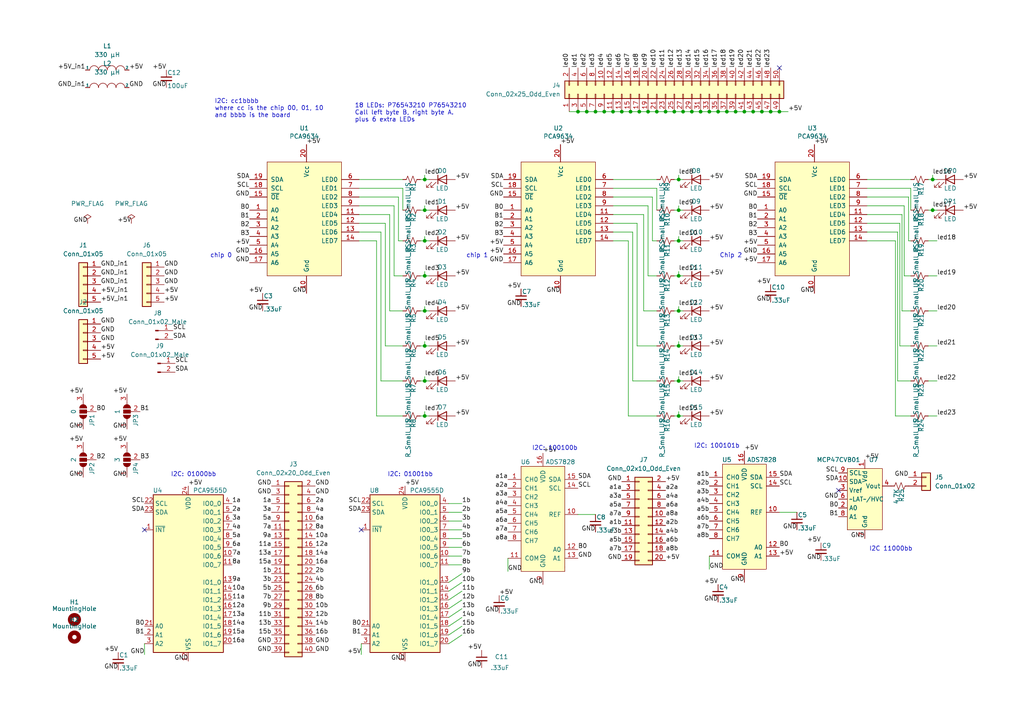
<source format=kicad_sch>
(kicad_sch (version 20211123) (generator eeschema)
  (paper "A4")
  (junction (at 123.19 110.49))
  (junction (at 193.04 32.385))
  (junction (at 196.85 52.07))
  (junction (at 175.26 32.385))
  (junction (at 203.2 32.385))
  (junction (at 180.34 32.385))
  (junction (at 123.19 120.65))
  (junction (at 196.85 80.01))
  (junction (at 123.19 90.17))
  (junction (at 123.19 52.07))
  (junction (at 196.85 120.65))
  (junction (at 270.51 52.07))
  (junction (at 210.82 32.385))
  (junction (at 123.19 69.85))
  (junction (at 187.96 32.385))
  (junction (at 172.72 32.385))
  (junction (at 182.88 32.385))
  (junction (at 226.06 32.385))
  (junction (at 167.64 32.385))
  (junction (at 195.58 32.385))
  (junction (at 198.12 32.385))
  (junction (at 220.98 32.385))
  (junction (at 123.19 60.96))
  (junction (at 185.42 32.385))
  (junction (at 200.66 32.385))
  (junction (at 223.52 32.385))
  (junction (at 170.18 32.385))
  (junction (at 205.74 32.385))
  (junction (at 196.85 100.33))
  (junction (at 123.19 80.01))
  (junction (at 196.85 90.17))
  (junction (at 196.85 110.49))
  (junction (at 177.8 32.385))
  (junction (at 190.5 32.385))
  (junction (at 270.51 60.96))
  (junction (at 213.36 32.385))
  (junction (at 208.28 32.385))
  (junction (at 123.19 100.33))
  (junction (at 196.85 69.85))
  (junction (at 215.9 32.385))
  (junction (at 196.85 60.96))
  (junction (at 218.44 32.385))
  (no_connect (at 226.06 19.685))
  (no_connect (at 104.775 153.67))
  (no_connect (at 41.91 153.67))
  (no_connect (at 243.205 142.24))
  (wire (pts (xy 124.46 60.96) (xy 123.19 60.96)))
  (wire (pts (xy 198.12 80.01) (xy 196.85 80.01)))
  (wire (pts (xy 111.76 64.77) (xy 111.76 100.33)))
  (wire (pts (xy 104.14 52.07) (xy 116.84 52.07)))
  (wire (pts (xy 189.23 57.15) (xy 189.23 69.85)))
  (wire (pts (xy 270.51 52.07) (xy 269.24 52.07)))
  (wire (pts (xy 190.5 54.61) (xy 190.5 60.96)))
  (wire (pts (xy 187.96 80.01) (xy 190.5 80.01)))
  (wire (pts (xy 259.715 69.85) (xy 259.715 120.65)))
  (wire (pts (xy 110.49 67.31) (xy 110.49 110.49)))
  (wire (pts (xy 109.22 120.65) (xy 116.84 120.65)))
  (wire (pts (xy 198.12 110.49) (xy 196.85 110.49)))
  (wire (pts (xy 196.85 80.01) (xy 195.58 80.01)))
  (wire (pts (xy 116.84 54.61) (xy 116.84 60.96)))
  (wire (pts (xy 251.46 57.15) (xy 263.525 57.15)))
  (wire (pts (xy 123.19 88.9) (xy 123.19 90.17)))
  (wire (pts (xy 264.16 60.96) (xy 264.16 54.61)))
  (wire (pts (xy 183.515 110.49) (xy 190.5 110.49)))
  (wire (pts (xy 196.85 68.58) (xy 196.85 69.85)))
  (wire (pts (xy 271.78 90.17) (xy 269.24 90.17)))
  (wire (pts (xy 177.8 67.31) (xy 183.515 67.31)))
  (wire (pts (xy 185.42 32.385) (xy 187.96 32.385)))
  (wire (pts (xy 260.985 64.77) (xy 260.985 100.33)))
  (wire (pts (xy 251.46 52.07) (xy 264.16 52.07)))
  (wire (pts (xy 260.985 100.33) (xy 264.16 100.33)))
  (wire (pts (xy 177.8 64.77) (xy 184.785 64.77)))
  (wire (pts (xy 261.62 90.17) (xy 264.16 90.17)))
  (wire (pts (xy 130.175 151.13) (xy 133.985 151.13)))
  (wire (pts (xy 177.8 69.85) (xy 182.245 69.85)))
  (wire (pts (xy 226.06 32.385) (xy 228.6 32.385)))
  (wire (pts (xy 262.255 80.01) (xy 262.255 59.69)))
  (wire (pts (xy 123.19 59.69) (xy 123.19 60.96)))
  (wire (pts (xy 196.85 100.33) (xy 195.58 100.33)))
  (wire (pts (xy 260.35 67.31) (xy 260.35 110.49)))
  (wire (pts (xy 270.51 50.8) (xy 270.51 52.07)))
  (wire (pts (xy 270.51 60.325) (xy 270.51 60.96)))
  (wire (pts (xy 180.34 32.385) (xy 182.88 32.385)))
  (wire (pts (xy 123.19 50.8) (xy 123.19 52.07)))
  (wire (pts (xy 175.26 32.385) (xy 177.8 32.385)))
  (wire (pts (xy 133.985 184.15) (xy 130.175 186.69)))
  (wire (pts (xy 115.57 57.15) (xy 115.57 69.85)))
  (wire (pts (xy 186.69 62.23) (xy 186.69 90.17)))
  (wire (pts (xy 196.85 50.8) (xy 196.85 52.07)))
  (wire (pts (xy 104.14 59.69) (xy 114.3 59.69)))
  (wire (pts (xy 251.46 59.69) (xy 262.255 59.69)))
  (wire (pts (xy 177.8 57.15) (xy 189.23 57.15)))
  (wire (pts (xy 124.46 90.17) (xy 123.19 90.17)))
  (wire (pts (xy 198.12 90.17) (xy 196.85 90.17)))
  (wire (pts (xy 123.19 90.17) (xy 121.92 90.17)))
  (wire (pts (xy 113.03 62.23) (xy 113.03 90.17)))
  (wire (pts (xy 198.12 32.385) (xy 200.66 32.385)))
  (wire (pts (xy 133.985 146.05) (xy 130.175 146.05)))
  (wire (pts (xy 189.23 69.85) (xy 190.5 69.85)))
  (wire (pts (xy 114.3 59.69) (xy 114.3 80.01)))
  (wire (pts (xy 182.88 32.385) (xy 185.42 32.385)))
  (wire (pts (xy 271.78 120.65) (xy 269.24 120.65)))
  (wire (pts (xy 130.175 148.59) (xy 133.985 148.59)))
  (wire (pts (xy 264.16 80.01) (xy 262.255 80.01)))
  (wire (pts (xy 124.46 110.49) (xy 123.19 110.49)))
  (wire (pts (xy 251.46 69.85) (xy 259.715 69.85)))
  (wire (pts (xy 193.04 32.385) (xy 195.58 32.385)))
  (wire (pts (xy 271.78 60.96) (xy 270.51 60.96)))
  (wire (pts (xy 195.58 120.65) (xy 196.85 120.65)))
  (wire (pts (xy 251.46 67.31) (xy 260.35 67.31)))
  (wire (pts (xy 263.525 69.85) (xy 263.525 57.15)))
  (wire (pts (xy 133.985 176.53) (xy 130.175 179.07)))
  (wire (pts (xy 123.19 120.65) (xy 121.92 120.65)))
  (wire (pts (xy 167.64 32.385) (xy 170.18 32.385)))
  (wire (pts (xy 123.19 110.49) (xy 121.92 110.49)))
  (wire (pts (xy 195.58 32.385) (xy 198.12 32.385)))
  (wire (pts (xy 111.76 100.33) (xy 116.84 100.33)))
  (wire (pts (xy 123.19 52.07) (xy 121.92 52.07)))
  (wire (pts (xy 124.46 69.85) (xy 123.19 69.85)))
  (wire (pts (xy 196.85 88.9) (xy 196.85 90.17)))
  (wire (pts (xy 218.44 32.385) (xy 220.98 32.385)))
  (wire (pts (xy 271.78 69.85) (xy 269.24 69.85)))
  (wire (pts (xy 203.2 32.385) (xy 205.74 32.385)))
  (wire (pts (xy 133.985 181.61) (xy 130.175 184.15)))
  (wire (pts (xy 187.96 59.69) (xy 187.96 80.01)))
  (wire (pts (xy 123.19 68.58) (xy 123.19 69.85)))
  (wire (pts (xy 259.715 120.65) (xy 264.16 120.65)))
  (wire (pts (xy 130.175 158.75) (xy 133.985 158.75)))
  (wire (pts (xy 213.36 32.385) (xy 215.9 32.385)))
  (wire (pts (xy 104.14 67.31) (xy 110.49 67.31)))
  (wire (pts (xy 198.12 60.96) (xy 196.85 60.96)))
  (wire (pts (xy 133.985 179.07) (xy 130.175 181.61)))
  (wire (pts (xy 123.19 78.74) (xy 123.19 80.01)))
  (wire (pts (xy 200.66 32.385) (xy 203.2 32.385)))
  (wire (pts (xy 104.14 62.23) (xy 113.03 62.23)))
  (wire (pts (xy 182.245 120.65) (xy 190.5 120.65)))
  (wire (pts (xy 271.78 110.49) (xy 269.24 110.49)))
  (wire (pts (xy 198.12 52.07) (xy 196.85 52.07)))
  (wire (pts (xy 196.85 110.49) (xy 195.58 110.49)))
  (wire (pts (xy 183.515 67.31) (xy 183.515 110.49)))
  (wire (pts (xy 270.51 60.96) (xy 269.24 60.96)))
  (wire (pts (xy 261.62 62.23) (xy 261.62 90.17)))
  (wire (pts (xy 104.775 186.69) (xy 104.775 189.865)))
  (wire (pts (xy 190.5 32.385) (xy 193.04 32.385)))
  (wire (pts (xy 177.8 59.69) (xy 187.96 59.69)))
  (wire (pts (xy 104.14 64.77) (xy 111.76 64.77)))
  (wire (pts (xy 124.46 120.65) (xy 123.19 120.65)))
  (wire (pts (xy 184.785 100.33) (xy 190.5 100.33)))
  (wire (pts (xy 205.74 32.385) (xy 208.28 32.385)))
  (wire (pts (xy 123.19 109.22) (xy 123.19 110.49)))
  (wire (pts (xy 208.28 32.385) (xy 210.82 32.385)))
  (wire (pts (xy 198.12 100.33) (xy 196.85 100.33)))
  (wire (pts (xy 271.78 100.33) (xy 269.24 100.33)))
  (wire (pts (xy 264.16 69.85) (xy 263.525 69.85)))
  (wire (pts (xy 104.14 69.85) (xy 109.22 69.85)))
  (wire (pts (xy 167.64 149.225) (xy 172.72 149.225)))
  (wire (pts (xy 196.85 99.06) (xy 196.85 100.33)))
  (wire (pts (xy 124.46 80.01) (xy 123.19 80.01)))
  (wire (pts (xy 123.19 99.06) (xy 123.19 100.33)))
  (wire (pts (xy 133.985 168.91) (xy 130.175 171.45)))
  (wire (pts (xy 215.9 32.385) (xy 218.44 32.385)))
  (wire (pts (xy 147.32 161.925) (xy 147.32 165.735)))
  (wire (pts (xy 104.14 54.61) (xy 116.84 54.61)))
  (wire (pts (xy 172.72 32.385) (xy 175.26 32.385)))
  (wire (pts (xy 196.85 52.07) (xy 195.58 52.07)))
  (wire (pts (xy 210.82 32.385) (xy 213.36 32.385)))
  (wire (pts (xy 177.8 54.61) (xy 190.5 54.61)))
  (wire (pts (xy 226.06 148.59) (xy 231.14 148.59)))
  (wire (pts (xy 196.85 69.85) (xy 195.58 69.85)))
  (wire (pts (xy 133.985 173.99) (xy 130.175 176.53)))
  (wire (pts (xy 113.03 90.17) (xy 116.84 90.17)))
  (wire (pts (xy 123.19 100.33) (xy 121.92 100.33)))
  (wire (pts (xy 251.46 64.77) (xy 260.985 64.77)))
  (wire (pts (xy 271.78 80.01) (xy 269.24 80.01)))
  (wire (pts (xy 196.85 119.38) (xy 196.85 120.65)))
  (wire (pts (xy 177.8 62.23) (xy 186.69 62.23)))
  (wire (pts (xy 170.18 32.385) (xy 172.72 32.385)))
  (wire (pts (xy 124.46 100.33) (xy 123.19 100.33)))
  (wire (pts (xy 104.14 57.15) (xy 115.57 57.15)))
  (wire (pts (xy 205.74 161.29) (xy 205.74 165.1)))
  (wire (pts (xy 130.175 153.67) (xy 133.985 153.67)))
  (wire (pts (xy 133.985 171.45) (xy 130.175 173.99)))
  (wire (pts (xy 41.91 186.69) (xy 41.91 189.865)))
  (wire (pts (xy 198.12 69.85) (xy 196.85 69.85)))
  (wire (pts (xy 186.69 90.17) (xy 190.5 90.17)))
  (wire (pts (xy 110.49 110.49) (xy 116.84 110.49)))
  (wire (pts (xy 124.46 52.07) (xy 123.19 52.07)))
  (wire (pts (xy 251.46 62.23) (xy 261.62 62.23)))
  (wire (pts (xy 115.57 69.85) (xy 116.84 69.85)))
  (wire (pts (xy 109.22 69.85) (xy 109.22 120.65)))
  (wire (pts (xy 251.46 54.61) (xy 264.16 54.61)))
  (wire (pts (xy 130.175 163.83) (xy 133.985 163.83)))
  (wire (pts (xy 196.85 109.22) (xy 196.85 110.49)))
  (wire (pts (xy 223.52 32.385) (xy 226.06 32.385)))
  (wire (pts (xy 260.35 110.49) (xy 264.16 110.49)))
  (wire (pts (xy 177.8 52.07) (xy 190.5 52.07)))
  (wire (pts (xy 196.85 78.74) (xy 196.85 80.01)))
  (wire (pts (xy 196.85 90.17) (xy 195.58 90.17)))
  (wire (pts (xy 123.19 69.85) (xy 121.92 69.85)))
  (wire (pts (xy 123.19 80.01) (xy 121.92 80.01)))
  (wire (pts (xy 123.19 60.96) (xy 121.92 60.96)))
  (wire (pts (xy 187.96 32.385) (xy 190.5 32.385)))
  (wire (pts (xy 196.85 120.65) (xy 198.12 120.65)))
  (wire (pts (xy 196.85 59.69) (xy 196.85 60.96)))
  (wire (pts (xy 220.98 32.385) (xy 223.52 32.385)))
  (wire (pts (xy 271.78 52.07) (xy 270.51 52.07)))
  (wire (pts (xy 130.175 156.21) (xy 133.985 156.21)))
  (wire (pts (xy 184.785 64.77) (xy 184.785 100.33)))
  (wire (pts (xy 130.175 161.29) (xy 133.985 161.29)))
  (wire (pts (xy 114.3 80.01) (xy 116.84 80.01)))
  (wire (pts (xy 165.1 32.385) (xy 167.64 32.385)))
  (wire (pts (xy 196.85 60.96) (xy 195.58 60.96)))
  (wire (pts (xy 130.175 168.91) (xy 133.985 166.37)))
  (wire (pts (xy 182.245 69.85) (xy 182.245 120.65)))
  (wire (pts (xy 177.8 32.385) (xy 180.34 32.385)))
  (wire (pts (xy 123.19 119.38) (xy 123.19 120.65)))
  (text "I2C: 100101b\n" (at 201.295 130.175 0) (effects (font (size 1.27 1.27)) (justify left bottom)))
  (text "chip 1\n" (at 141.605 74.93 180) (effects (font (size 1.27 1.27)) (justify right bottom)))
  (text "I2C 11000bb\n" (at 252.095 160.02 0) (effects (font (size 1.27 1.27)) (justify left bottom)))
  (text "I2C: cc1bbbb\nwhere cc is the chip 00, 01, 10\nand bbbb is the board" (at 62.23 34.29 0) (effects (font (size 1.27 1.27)) (justify left bottom)))
  (text "Chip 2" (at 215.265 74.93 180) (effects (font (size 1.27 1.27)) (justify right bottom)))
  (text "chip 0\n" (at 67.31 74.93 180) (effects (font (size 1.27 1.27)) (justify right bottom)))
  (text "18 LEDs: P76543210 P76543210\nCall left byte B, right byte A.\nplus 6 extra LEDs" (at 102.87 35.56 0) (effects (font (size 1.27 1.27)) (justify left bottom)))
  (text "I2C: 01000bb" (at 49.53 138.43 0) (effects (font (size 1.27 1.27)) (justify left bottom)))
  (text "I2C: 100100b\n" (at 154.305 130.81 0) (effects (font (size 1.27 1.27)) (justify left bottom)))
  (text "I2C: 01001bb" (at 112.395 138.43 0) (effects (font (size 1.27 1.27)) (justify left bottom)))
  (label "+5V" (at 238.125 157.48 180))
  (label "+5V" (at 151.13 83.82 180))
  (label "GND" (at 139.7 193.675 180))
  (label "B1" (at 146.05 63.5 180))
  (label "led6" (at 180.34 19.685 90))
  (label "13a" (at 67.31 179.07 0))
  (label "led21" (at 271.78 100.33 0))
  (label "15a" (at 67.31 184.15 0))
  (label "GND" (at 238.125 162.56 180))
  (label "GND" (at 25.4 64.77 180))
  (label "6b" (at 91.44 171.45 0))
  (label "B1" (at 104.775 184.15 180))
  (label "SCL" (at 146.05 54.61 180))
  (label "9a" (at 78.74 156.21 180))
  (label "GND" (at 162.56 85.09 180))
  (label "GND" (at 34.29 194.31 180))
  (label "led10" (at 196.85 68.58 0))
  (label "SCL" (at 226.06 140.97 0))
  (label "B3" (at 219.71 68.58 180))
  (label "GND" (at 151.13 88.9 180))
  (label "a5b" (at 180.34 157.48 180))
  (label "GND" (at 243.205 144.78 180))
  (label "+5V" (at 24.13 114.3 180))
  (label "12a" (at 91.44 158.75 0))
  (label "led13" (at 196.85 99.06 0))
  (label "a2b" (at 205.74 140.97 180))
  (label "10a" (at 91.44 156.21 0))
  (label "13b" (at 133.985 176.53 0))
  (label "led4" (at 175.26 19.685 90))
  (label "SCL" (at 41.91 146.05 180))
  (label "+5V" (at 88.9 41.91 0))
  (label "8a" (at 91.44 153.67 0))
  (label "B2" (at 27.94 133.35 0))
  (label "5b" (at 78.74 171.45 180))
  (label "2a" (at 67.31 148.59 0))
  (label "GND" (at 72.39 73.66 180))
  (label "1b" (at 133.985 146.05 0))
  (label "+5V" (at 34.29 189.23 180))
  (label "13a" (at 78.74 161.29 180))
  (label "GND" (at 157.48 169.545 180))
  (label "16a" (at 91.44 163.83 0))
  (label "B2" (at 146.05 66.04 180))
  (label "+5V" (at 193.04 162.56 0))
  (label "a7a" (at 180.34 149.86 180))
  (label "B0" (at 41.91 181.61 180))
  (label "+5V" (at 205.74 69.85 0))
  (label "led2" (at 123.19 68.58 0))
  (label "5b" (at 133.985 156.21 0))
  (label "+5V" (at 205.74 110.49 0))
  (label "SDA" (at 41.91 148.59 180))
  (label "2b" (at 91.44 166.37 0))
  (label "+5V" (at 132.08 60.96 0))
  (label "a5a" (at 180.34 147.32 180))
  (label "B1" (at 41.91 184.15 180))
  (label "3a" (at 67.31 151.13 0))
  (label "led0" (at 165.1 19.685 90))
  (label "GND" (at 29.21 96.52 0))
  (label "GND_in1" (at 29.21 80.01 0))
  (label "GND" (at 91.44 186.69 0))
  (label "3b" (at 133.985 151.13 0))
  (label "11b" (at 133.985 171.45 0))
  (label "SCL" (at 72.39 54.61 180))
  (label "16b" (at 91.44 184.15 0))
  (label "11a" (at 67.31 173.99 0))
  (label "SCL" (at 219.71 54.61 180))
  (label "+5V" (at 72.39 71.12 180))
  (label "16b" (at 133.985 184.15 0))
  (label "4a" (at 67.31 153.67 0))
  (label "led16" (at 205.74 19.685 90))
  (label "GND" (at 146.05 57.15 180))
  (label "+5V" (at 144.78 172.72 0))
  (label "led10" (at 190.5 19.685 90))
  (label "14a" (at 67.31 181.61 0))
  (label "GND" (at 205.74 165.1 0))
  (label "GND" (at 263.525 138.43 180))
  (label "+5V" (at 117.475 140.97 0))
  (label "SCL" (at 167.64 141.605 0))
  (label "led3" (at 172.72 19.685 90))
  (label "led7" (at 182.88 19.685 90))
  (label "GND" (at 146.05 76.2 180))
  (label "+5V" (at 205.74 100.33 0))
  (label "+5V" (at 24.13 128.27 180))
  (label "3a" (at 78.74 148.59 180))
  (label "GND" (at 72.39 57.15 180))
  (label "+5V_in1" (at 29.21 85.09 0))
  (label "+5V" (at 104.775 189.865 180))
  (label "a2a" (at 147.32 141.605 180))
  (label "B0" (at 27.94 119.38 0))
  (label "GND" (at 78.74 189.23 180))
  (label "1b" (at 78.74 166.37 180))
  (label "12b" (at 91.44 179.07 0))
  (label "GND" (at 24.13 124.46 180))
  (label "led12" (at 196.85 88.9 0))
  (label "GND" (at 147.32 165.735 0))
  (label "led9" (at 187.96 19.685 90))
  (label "GND" (at 117.475 191.77 180))
  (label "a5a" (at 147.32 149.225 180))
  (label "10b" (at 133.985 168.91 0))
  (label "a6a" (at 193.04 147.32 0))
  (label "led17" (at 270.51 60.325 0))
  (label "led23" (at 223.52 19.685 90))
  (label "a4a" (at 193.04 144.78 0))
  (label "GND" (at 223.52 87.63 180))
  (label "SDA" (at 167.64 139.065 0))
  (label "a4a" (at 147.32 146.685 180))
  (label "+5V" (at 139.7 188.595 180))
  (label "6a" (at 91.44 151.13 0))
  (label "8b" (at 133.985 163.83 0))
  (label "led3" (at 123.19 78.74 0))
  (label "led16" (at 270.51 50.8 0))
  (label "+5V" (at 157.48 131.445 0))
  (label "+5V" (at 219.71 71.12 180))
  (label "10b" (at 91.44 176.53 0))
  (label "+5V" (at 205.74 120.65 0))
  (label "led11" (at 193.04 19.685 90))
  (label "+5V" (at 250.825 133.35 0))
  (label "GND" (at 91.44 143.51 0))
  (label "B0" (at 226.06 158.75 0))
  (label "SDA" (at 72.39 52.07 180))
  (label "4b" (at 91.44 168.91 0))
  (label "a7b" (at 205.74 153.67 180))
  (label "led6" (at 123.19 109.22 0))
  (label "+5V" (at 132.08 90.17 0))
  (label "11b" (at 78.74 179.07 180))
  (label "a1b" (at 205.74 138.43 180))
  (label "a3b" (at 205.74 143.51 180))
  (label "SDA" (at 226.06 138.43 0))
  (label "B0" (at 72.39 60.96 180))
  (label "+5V" (at 132.08 80.01 0))
  (label "15b" (at 78.74 184.15 180))
  (label "+5V" (at 146.05 73.66 180))
  (label "+5V_in1" (at 24.765 20.32 180))
  (label "+5V" (at 205.74 90.17 0))
  (label "B0" (at 167.64 159.385 0))
  (label "+5V" (at 76.2 85.09 180))
  (label "GND" (at 47.625 82.55 0))
  (label "12a" (at 67.31 176.53 0))
  (label "GND" (at 180.34 139.7 180))
  (label "+5V" (at 228.6 32.385 0))
  (label "led18" (at 210.82 19.685 90))
  (label "2a" (at 91.44 146.05 0))
  (label "+5V" (at 132.08 120.65 0))
  (label "10a" (at 67.31 171.45 0))
  (label "8a" (at 67.31 163.83 0))
  (label "B3" (at 146.05 68.58 180))
  (label "+5V" (at 38.1 64.77 180))
  (label "2b" (at 133.985 148.59 0))
  (label "B3" (at 72.39 68.58 180))
  (label "GND" (at 72.39 76.2 180))
  (label "B3" (at 40.64 133.35 0))
  (label "+5V" (at 132.08 100.33 0))
  (label "+5V" (at 36.83 128.27 180))
  (label "GND" (at 29.21 93.98 0))
  (label "15b" (at 133.985 181.61 0))
  (label "+5V" (at 47.625 85.09 0))
  (label "SCL" (at 104.775 146.05 180))
  (label "a8b" (at 205.74 156.21 180))
  (label "7b" (at 78.74 173.99 180))
  (label "+5V" (at 219.71 76.2 180))
  (label "GND" (at 219.71 57.15 180))
  (label "led19" (at 213.36 19.685 90))
  (label "9b" (at 78.74 176.53 180))
  (label "led8" (at 196.85 50.8 0))
  (label "+5V" (at 205.74 80.01 0))
  (label "+5V" (at 36.83 114.3 180))
  (label "1a" (at 78.74 146.05 180))
  (label "15a" (at 78.74 163.83 180))
  (label "4a" (at 91.44 148.59 0))
  (label "led5" (at 123.19 99.06 0))
  (label "+5V" (at 223.52 82.55 180))
  (label "+5V" (at 226.06 161.29 0))
  (label "+5V" (at 132.08 110.49 0))
  (label "+5V" (at 205.74 60.96 0))
  (label "GND" (at 172.72 154.305 180))
  (label "a1a" (at 180.34 142.24 180))
  (label "a5b" (at 205.74 148.59 180))
  (label "+5V" (at 208.28 169.545 180))
  (label "a4b" (at 205.74 146.05 180))
  (label "GND" (at 47.625 77.47 0))
  (label "GND" (at 78.74 186.69 180))
  (label "GND" (at 76.2 90.17 180))
  (label "a8a" (at 193.04 149.86 0))
  (label "7a" (at 78.74 153.67 180))
  (label "+5V" (at 132.08 52.07 0))
  (label "a4b" (at 193.04 154.94 0))
  (label "SCL" (at 243.205 137.16 180))
  (label "GND" (at 41.91 189.865 180))
  (label "9a" (at 67.31 168.91 0))
  (label "led5" (at 177.8 19.685 90))
  (label "led11" (at 196.85 78.74 0))
  (label "SDA" (at 50.8 107.95 0))
  (label "GND_in1" (at 29.21 77.47 0))
  (label "led7" (at 123.19 119.38 0))
  (label "led20" (at 215.9 19.685 90))
  (label "B1" (at 40.64 119.38 0))
  (label "GND" (at 91.44 189.23 0))
  (label "a1b" (at 180.34 152.4 180))
  (label "GND" (at 236.22 85.09 180))
  (label "+5V" (at 29.21 104.14 0))
  (label "GND" (at 78.74 140.97 180))
  (label "led19" (at 271.78 80.01 0))
  (label "led18" (at 271.78 69.85 0))
  (label "3b" (at 78.74 168.91 180))
  (label "led4" (at 123.19 88.9 0))
  (label "5a" (at 78.74 151.13 180))
  (label "16a" (at 67.31 186.69 0))
  (label "SDA" (at 146.05 52.07 180))
  (label "4b" (at 133.985 153.67 0))
  (label "+5V" (at 47.625 87.63 0))
  (label "+5V" (at 279.4 52.07 0))
  (label "B1" (at 243.205 149.86 180))
  (label "6b" (at 133.985 158.75 0))
  (label "GND_in1" (at 24.765 25.4 180))
  (label "GND" (at 219.71 73.66 180))
  (label "a8a" (at 147.32 156.845 180))
  (label "led17" (at 208.28 19.685 90))
  (label "8b" (at 91.44 173.99 0))
  (label "led22" (at 271.78 110.49 0))
  (label "SCL" (at 50.8 105.41 0))
  (label "led1" (at 167.64 19.685 90))
  (label "GND" (at 24.13 138.43 180))
  (label "led20" (at 271.78 90.17 0))
  (label "B0" (at 219.71 60.96 180))
  (label "GND" (at 78.74 143.51 180))
  (label "SDA" (at 50.165 98.425 0))
  (label "GND" (at 88.9 85.09 180))
  (label "1a" (at 67.31 146.05 0))
  (label "+5V" (at 48.26 20.32 180))
  (label "GND" (at 91.44 140.97 0))
  (label "a8b" (at 193.04 160.02 0))
  (label "GND" (at 47.625 80.01 0))
  (label "GND" (at 54.61 191.77 180))
  (label "a7a" (at 147.32 154.305 180))
  (label "GND" (at 29.21 99.06 0))
  (label "a3b" (at 180.34 154.94 180))
  (label "SDA" (at 243.205 139.7 180))
  (label "led9" (at 196.85 59.69 0))
  (label "GND" (at 167.64 161.925 0))
  (label "+5V" (at 215.9 130.81 0))
  (label "led0" (at 123.19 50.8 0))
  (label "led1" (at 123.19 59.69 0))
  (label "B0" (at 243.205 147.32 180))
  (label "+5V" (at 279.4 60.96 0))
  (label "14b" (at 133.985 179.07 0))
  (label "+5V" (at 193.04 139.7 0))
  (label "B1" (at 219.71 63.5 180))
  (label "SCL" (at 50.165 95.885 0))
  (label "GND" (at 231.14 153.67 180))
  (label "+5V" (at 205.74 52.07 0))
  (label "GND" (at 250.825 156.21 180))
  (label "14b" (at 91.44 181.61 0))
  (label "led12" (at 195.58 19.685 90))
  (label "GND_in1" (at 29.21 82.55 0))
  (label "led8" (at 185.42 19.685 90))
  (label "a3a" (at 180.34 144.78 180))
  (label "7b" (at 133.985 161.29 0))
  (label "led22" (at 220.98 19.685 90))
  (label "GND" (at 215.9 168.91 180))
  (label "SDA" (at 104.775 148.59 180))
  (label "a6a" (at 147.32 151.765 180))
  (label "B0" (at 104.775 181.61 180))
  (label "GND" (at 48.26 25.4 180))
  (label "GND" (at 36.83 124.46 180))
  (label "B1" (at 72.39 63.5 180))
  (label "+5V" (at 236.22 41.91 0))
  (label "B2" (at 72.39 66.04 180))
  (label "13b" (at 78.74 181.61 180))
  (label "+5V_in1" (at 29.21 87.63 0))
  (label "12b" (at 133.985 173.99 0))
  (label "led23" (at 271.78 120.65 0))
  (label "6a" (at 67.31 158.75 0))
  (label "a1a" (at 147.32 139.065 180))
  (label "led15" (at 203.2 19.685 90))
  (label "+5V" (at 37.465 20.32 0))
  (label "GND" (at 208.28 174.625 180))
  (label "+5V" (at 132.08 69.85 0))
  (label "GND" (at 36.83 138.43 180))
  (label "GND" (at 144.78 177.8 180))
  (label "+5V" (at 146.05 71.12 180))
  (label "GND" (at 180.34 162.56 180))
  (label "14a" (at 91.44 161.29 0))
  (label "GND" (at 37.465 25.4 0))
  (label "a7b" (at 180.34 160.02 180))
  (label "B2" (at 219.71 66.04 180))
  (label "led2" (at 170.18 19.685 90))
  (label "a2b" (at 193.04 152.4 0))
  (label "+5V" (at 29.21 101.6 0))
  (label "a6b" (at 205.74 151.13 180))
  (label "B0" (at 146.05 60.96 180))
  (label "led15" (at 196.85 119.38 0))
  (label "9b" (at 133.985 166.37 0))
  (label "7a" (at 67.31 161.29 0))
  (label "led13" (at 198.12 19.685 90))
  (label "+5V" (at 54.61 140.97 0))
  (label "a3a" (at 147.32 144.145 180))
  (label "led14" (at 196.85 109.22 0))
  (label "SDA" (at 219.71 52.07 180))
  (label "a6b" (at 193.04 157.48 0))
  (label "11a" (at 78.74 158.75 180))
  (label "led21" (at 218.44 19.685 90))
  (label "a2a" (at 193.04 142.24 0))
  (label "5a" (at 67.31 156.21 0))
  (label "led14" (at 200.66 19.685 90))
  (label "+5V" (at 162.56 41.91 0))
  (symbol (lib_id "symbols:PCA9634") (at 88.9 62.23 0) (unit 1)
    (property "Reference" "U1" (at 88.265 37.1856 0))
    (property "Value" "PCA9634" (at 88.265 39.5478 0))
    (property "Footprint" "Package_SO:SOIC-20W_7.5x12.8mm_P1.27mm" (effects hide))
  )
  (symbol (lib_id "Device:LED") (at 128.27 52.07 0) (unit 1)
    (property "Reference" "D0" (at 128.27 49.53 0))
    (property "Value" "LED" (at 128.27 54.61 0))
    (property "Footprint" "Library:LED_D3.0mm-nosilk" (effects hide))
  )
  (symbol (lib_id "Device:R_Small_US") (at 119.38 52.07 270) (unit 1)
    (property "Reference" "R1" (at 119.888 52.832 0) (effects (justify left)))
    (property "Value" "R_Small_US" (at 118.364 52.832 0) (effects (justify left)))
    (property "Footprint" "Resistor_SMD:R_0805_2012Metric_Pad1.20x1.40mm_HandSolder" (effects hide))
  )
  (symbol (lib_id "Device:R_Small_US") (at 119.38 60.96 270) (unit 1)
    (property "Reference" "R2" (at 119.888 61.722 0) (effects (justify left)))
    (property "Value" "R_Small_US" (at 118.364 61.722 0) (effects (justify left)))
    (property "Footprint" "Resistor_SMD:R_0805_2012Metric_Pad1.20x1.40mm_HandSolder" (effects hide))
  )
  (symbol (lib_id "Device:LED") (at 128.27 60.96 0) (unit 1)
    (property "Reference" "D1" (at 128.27 58.42 0))
    (property "Value" "LED" (at 128.27 63.5 0))
    (property "Footprint" "Library:LED_D3.0mm-nosilk" (effects hide))
  )
  (symbol (lib_id "Device:R_Small_US") (at 119.38 69.85 270) (unit 1)
    (property "Reference" "R3" (at 119.888 70.612 0) (effects (justify left)))
    (property "Value" "R_Small_US" (at 118.364 70.612 0) (effects (justify left)))
    (property "Footprint" "Resistor_SMD:R_0805_2012Metric_Pad1.20x1.40mm_HandSolder" (effects hide))
  )
  (symbol (lib_id "Device:R_Small_US") (at 119.38 80.01 270) (unit 1)
    (property "Reference" "R4" (at 119.888 80.772 0) (effects (justify left)))
    (property "Value" "R_Small_US" (at 118.364 80.772 0) (effects (justify left)))
    (property "Footprint" "Resistor_SMD:R_0805_2012Metric_Pad1.20x1.40mm_HandSolder" (effects hide))
  )
  (symbol (lib_id "Device:R_Small_US") (at 119.38 90.17 270) (unit 1)
    (property "Reference" "R5" (at 119.888 90.932 0) (effects (justify left)))
    (property "Value" "R_Small_US" (at 118.364 90.932 0) (effects (justify left)))
    (property "Footprint" "Resistor_SMD:R_0805_2012Metric_Pad1.20x1.40mm_HandSolder" (effects hide))
  )
  (symbol (lib_id "Device:R_Small_US") (at 119.38 100.33 270) (unit 1)
    (property "Reference" "R6" (at 119.888 101.092 0) (effects (justify left)))
    (property "Value" "R_Small_US" (at 118.364 101.092 0) (effects (justify left)))
    (property "Footprint" "Resistor_SMD:R_0805_2012Metric_Pad1.20x1.40mm_HandSolder" (effects hide))
  )
  (symbol (lib_id "Device:R_Small_US") (at 119.38 110.49 270) (unit 1)
    (property "Reference" "R7" (at 119.888 111.252 0) (effects (justify left)))
    (property "Value" "R_Small_US" (at 118.364 111.252 0) (effects (justify left)))
    (property "Footprint" "Resistor_SMD:R_0805_2012Metric_Pad1.20x1.40mm_HandSolder" (effects hide))
  )
  (symbol (lib_id "Device:R_Small_US") (at 119.38 120.65 270) (unit 1)
    (property "Reference" "R8" (at 119.888 121.412 0) (effects (justify left)))
    (property "Value" "R_Small_US" (at 118.364 121.412 0) (effects (justify left)))
    (property "Footprint" "Resistor_SMD:R_0805_2012Metric_Pad1.20x1.40mm_HandSolder" (effects hide))
  )
  (symbol (lib_id "Device:LED") (at 128.27 69.85 0) (unit 1)
    (property "Reference" "D2" (at 128.27 67.31 0))
    (property "Value" "LED" (at 128.27 72.39 0))
    (property "Footprint" "Library:LED_D3.0mm-nosilk" (effects hide))
  )
  (symbol (lib_id "Device:LED") (at 128.27 80.01 0) (unit 1)
    (property "Reference" "D3" (at 128.27 77.47 0))
    (property "Value" "LED" (at 128.27 82.55 0))
    (property "Footprint" "Library:LED_D3.0mm-nosilk" (effects hide))
  )
  (symbol (lib_id "Device:LED") (at 128.27 90.17 0) (unit 1)
    (property "Reference" "D4" (at 128.27 87.63 0))
    (property "Value" "LED" (at 128.27 92.71 0))
    (property "Footprint" "Library:LED_D3.0mm-nosilk" (effects hide))
  )
  (symbol (lib_id "Device:LED") (at 128.27 100.33 0) (unit 1)
    (property "Reference" "D5" (at 128.27 97.79 0))
    (property "Value" "LED" (at 128.27 102.87 0))
    (property "Footprint" "Library:LED_D3.0mm-nosilk" (effects hide))
  )
  (symbol (lib_id "Device:LED") (at 128.27 110.49 0) (unit 1)
    (property "Reference" "D6" (at 128.27 107.95 0))
    (property "Value" "LED" (at 128.27 113.03 0))
    (property "Footprint" "Library:LED_D3.0mm-nosilk" (effects hide))
  )
  (symbol (lib_id "Device:LED") (at 128.27 120.65 0) (unit 1)
    (property "Reference" "D7" (at 128.27 118.11 0))
    (property "Value" "LED" (at 128.27 123.19 0))
    (property "Footprint" "Library:LED_D3.0mm-nosilk" (effects hide))
  )
  (symbol (lib_id "Jumper:SolderJumper_3_Open") (at 36.83 133.35 90) (unit 1)
    (property "Reference" "JP4" (at 39.37 135.89 0))
    (property "Value" "3" (at 34.036 133.35 0))
    (property "Footprint" "Jumper:SolderJumper-3_P1.3mm_Open_RoundedPad1.0x1.5mm_NumberLabels" (effects hide))
  )
  (symbol (lib_id "Jumper:SolderJumper_3_Open") (at 24.13 133.35 90) (unit 1)
    (property "Reference" "JP2" (at 26.67 135.89 0))
    (property "Value" "2" (at 21.336 133.35 0))
    (property "Footprint" "Jumper:SolderJumper-3_P1.3mm_Open_RoundedPad1.0x1.5mm_NumberLabels" (effects hide))
  )
  (symbol (lib_id "Jumper:SolderJumper_3_Open") (at 24.13 119.38 90) (unit 1)
    (property "Reference" "JP1" (at 26.67 121.92 0))
    (property "Value" "0" (at 21.336 119.38 0))
    (property "Footprint" "Jumper:SolderJumper-3_P1.3mm_Open_RoundedPad1.0x1.5mm_NumberLabels" (effects hide))
  )
  (symbol (lib_id "Jumper:SolderJumper_3_Open") (at 36.83 119.38 90) (unit 1)
    (property "Reference" "JP3" (at 39.37 121.92 0))
    (property "Value" "1" (at 34.036 119.38 0))
    (property "Footprint" "Jumper:SolderJumper-3_P1.3mm_Open_RoundedPad1.0x1.5mm_NumberLabels" (effects hide))
  )
  (symbol (lib_id "Device:C_Small") (at 151.13 86.36 0) (unit 1)
    (property "Reference" "C7" (at 151.384 84.582 0) (effects (justify left)))
    (property "Value" ".33uF" (at 151.384 88.392 0) (effects (justify left)))
    (property "Footprint" "Capacitor_SMD:C_0805_2012Metric_Pad1.18x1.45mm_HandSolder" (effects hide))
  )
  (symbol (lib_id "symbols:PCA9634") (at 162.56 62.23 0) (unit 1)
    (property "Reference" "U2" (at 161.925 37.1856 0))
    (property "Value" "PCA9634" (at 161.925 39.5478 0))
    (property "Footprint" "Package_SO:SOIC-20W_7.5x12.8mm_P1.27mm" (effects hide))
  )
  (symbol (lib_id "Device:LED") (at 201.93 120.65 0) (unit 1)
    (property "Reference" "D15" (at 201.93 118.11 0))
    (property "Value" "LED" (at 201.93 123.19 0))
    (property "Footprint" "Library:LED_D3.0mm-nosilk" (effects hide))
  )
  (symbol (lib_id "Device:LED") (at 201.93 110.49 0) (unit 1)
    (property "Reference" "D14" (at 201.93 107.95 0))
    (property "Value" "LED" (at 201.93 113.03 0))
    (property "Footprint" "Library:LED_D3.0mm-nosilk" (effects hide))
  )
  (symbol (lib_id "Device:LED") (at 201.93 100.33 0) (unit 1)
    (property "Reference" "D13" (at 201.93 97.79 0))
    (property "Value" "LED" (at 201.93 102.87 0))
    (property "Footprint" "Library:LED_D3.0mm-nosilk" (effects hide))
  )
  (symbol (lib_id "Device:LED") (at 201.93 90.17 0) (unit 1)
    (property "Reference" "D12" (at 201.93 87.63 0))
    (property "Value" "LED" (at 201.93 92.71 0))
    (property "Footprint" "Library:LED_D3.0mm-nosilk" (effects hide))
  )
  (symbol (lib_id "Device:LED") (at 201.93 80.01 0) (unit 1)
    (property "Reference" "D11" (at 201.93 77.47 0))
    (property "Value" "LED" (at 201.93 82.55 0))
    (property "Footprint" "Library:LED_D3.0mm-nosilk" (effects hide))
  )
  (symbol (lib_id "Device:LED") (at 201.93 69.85 0) (unit 1)
    (property "Reference" "D10" (at 201.93 67.31 0))
    (property "Value" "LED" (at 201.93 72.39 0))
    (property "Footprint" "Library:LED_D3.0mm-nosilk" (effects hide))
  )
  (symbol (lib_id "Device:R_Small_US") (at 193.04 120.65 270) (unit 1)
    (property "Reference" "R16" (at 193.548 121.412 0) (effects (justify left)))
    (property "Value" "R_Small_US" (at 192.024 121.412 0) (effects (justify left)))
    (property "Footprint" "Resistor_SMD:R_0805_2012Metric_Pad1.20x1.40mm_HandSolder" (effects hide))
  )
  (symbol (lib_id "Device:R_Small_US") (at 193.04 110.49 270) (unit 1)
    (property "Reference" "R15" (at 193.548 111.252 0) (effects (justify left)))
    (property "Value" "R_Small_US" (at 192.024 111.252 0) (effects (justify left)))
    (property "Footprint" "Resistor_SMD:R_0805_2012Metric_Pad1.20x1.40mm_HandSolder" (effects hide))
  )
  (symbol (lib_id "Device:R_Small_US") (at 193.04 100.33 270) (unit 1)
    (property "Reference" "R14" (at 193.548 101.092 0) (effects (justify left)))
    (property "Value" "R_Small_US" (at 192.024 101.092 0) (effects (justify left)))
    (property "Footprint" "Resistor_SMD:R_0805_2012Metric_Pad1.20x1.40mm_HandSolder" (effects hide))
  )
  (symbol (lib_id "Device:R_Small_US") (at 193.04 90.17 270) (unit 1)
    (property "Reference" "R13" (at 193.548 90.932 0) (effects (justify left)))
    (property "Value" "R_Small_US" (at 192.024 90.932 0) (effects (justify left)))
    (property "Footprint" "Resistor_SMD:R_0805_2012Metric_Pad1.20x1.40mm_HandSolder" (effects hide))
  )
  (symbol (lib_id "Device:R_Small_US") (at 193.04 80.01 270) (unit 1)
    (property "Reference" "R12" (at 193.548 80.772 0) (effects (justify left)))
    (property "Value" "R_Small_US" (at 192.024 80.772 0) (effects (justify left)))
    (property "Footprint" "Resistor_SMD:R_0805_2012Metric_Pad1.20x1.40mm_HandSolder" (effects hide))
  )
  (symbol (lib_id "Device:R_Small_US") (at 193.04 69.85 270) (unit 1)
    (property "Reference" "R11" (at 193.548 70.612 0) (effects (justify left)))
    (property "Value" "R_Small_US" (at 192.024 70.612 0) (effects (justify left)))
    (property "Footprint" "Resistor_SMD:R_0805_2012Metric_Pad1.20x1.40mm_HandSolder" (effects hide))
  )
  (symbol (lib_id "Device:LED") (at 201.93 60.96 0) (unit 1)
    (property "Reference" "D9" (at 201.93 58.42 0))
    (property "Value" "LED" (at 201.93 63.5 0))
    (property "Footprint" "Library:LED_D3.0mm-nosilk" (effects hide))
  )
  (symbol (lib_id "Device:R_Small_US") (at 193.04 60.96 270) (unit 1)
    (property "Reference" "R10" (at 193.548 61.722 0) (effects (justify left)))
    (property "Value" "R_Small_US" (at 192.024 61.722 0) (effects (justify left)))
    (property "Footprint" "Resistor_SMD:R_0805_2012Metric_Pad1.20x1.40mm_HandSolder" (effects hide))
  )
  (symbol (lib_id "Device:R_Small_US") (at 193.04 52.07 270) (unit 1)
    (property "Reference" "R9" (at 193.548 52.832 0) (effects (justify left)))
    (property "Value" "R_Small_US" (at 192.024 52.832 0) (effects (justify left)))
    (property "Footprint" "Resistor_SMD:R_0805_2012Metric_Pad1.20x1.40mm_HandSolder" (effects hide))
  )
  (symbol (lib_id "Device:LED") (at 201.93 52.07 0) (unit 1)
    (property "Reference" "D8" (at 201.93 49.53 0))
    (property "Value" "LED" (at 201.93 54.61 0))
    (property "Footprint" "Library:LED_D3.0mm-nosilk" (effects hide))
  )
  (symbol (lib_id "symbols:PCA9634") (at 236.22 62.23 0) (unit 1)
    (property "Reference" "U3" (at 235.585 37.1856 0))
    (property "Value" "PCA9634" (at 235.585 39.5478 0))
    (property "Footprint" "Package_SO:SOIC-20W_7.5x12.8mm_P1.27mm" (effects hide))
  )
  (symbol (lib_id "Device:R_Small_US") (at 266.7 120.65 270) (unit 1)
    (property "Reference" "R24" (at 267.208 121.412 0) (effects (justify left)))
    (property "Value" "R_Small_US" (at 265.684 121.412 0) (effects (justify left)))
    (property "Footprint" "Resistor_SMD:R_0805_2012Metric_Pad1.20x1.40mm_HandSolder" (effects hide))
  )
  (symbol (lib_id "Device:R_Small_US") (at 266.7 110.49 270) (unit 1)
    (property "Reference" "R23" (at 267.208 111.252 0) (effects (justify left)))
    (property "Value" "R_Small_US" (at 265.684 111.252 0) (effects (justify left)))
    (property "Footprint" "Resistor_SMD:R_0805_2012Metric_Pad1.20x1.40mm_HandSolder" (effects hide))
  )
  (symbol (lib_id "Device:R_Small_US") (at 266.7 100.33 270) (unit 1)
    (property "Reference" "R22" (at 267.208 101.092 0) (effects (justify left)))
    (property "Value" "R_Small_US" (at 265.684 101.092 0) (effects (justify left)))
    (property "Footprint" "Resistor_SMD:R_0805_2012Metric_Pad1.20x1.40mm_HandSolder" (effects hide))
  )
  (symbol (lib_id "Device:R_Small_US") (at 266.7 90.17 270) (unit 1)
    (property "Reference" "R21" (at 267.208 90.932 0) (effects (justify left)))
    (property "Value" "R_Small_US" (at 265.684 90.932 0) (effects (justify left)))
    (property "Footprint" "Resistor_SMD:R_0805_2012Metric_Pad1.20x1.40mm_HandSolder" (effects hide))
  )
  (symbol (lib_id "Device:R_Small_US") (at 266.7 80.01 270) (unit 1)
    (property "Reference" "R20" (at 267.208 80.772 0) (effects (justify left)))
    (property "Value" "R_Small_US" (at 265.684 80.772 0) (effects (justify left)))
    (property "Footprint" "Resistor_SMD:R_0805_2012Metric_Pad1.20x1.40mm_HandSolder" (effects hide))
  )
  (symbol (lib_id "Device:R_Small_US") (at 266.7 69.85 270) (unit 1)
    (property "Reference" "R19" (at 267.208 70.612 0) (effects (justify left)))
    (property "Value" "R_Small_US" (at 265.684 70.612 0) (effects (justify left)))
    (property "Footprint" "Resistor_SMD:R_0805_2012Metric_Pad1.20x1.40mm_HandSolder" (effects hide))
  )
  (symbol (lib_id "Device:LED") (at 275.59 60.96 0) (unit 1)
    (property "Reference" "DP1" (at 275.59 58.42 0))
    (property "Value" "LED" (at 275.59 63.5 0))
    (property "Footprint" "Library:LED_D3.0mm-nosilk" (effects hide))
  )
  (symbol (lib_id "Device:R_Small_US") (at 266.7 60.96 270) (unit 1)
    (property "Reference" "R18" (at 267.208 61.722 0) (effects (justify left)))
    (property "Value" "R_Small_US" (at 265.684 61.722 0) (effects (justify left)))
    (property "Footprint" "Resistor_SMD:R_0805_2012Metric_Pad1.20x1.40mm_HandSolder" (effects hide))
  )
  (symbol (lib_id "Device:R_Small_US") (at 266.7 52.07 270) (unit 1)
    (property "Reference" "R17" (at 267.208 52.832 0) (effects (justify left)))
    (property "Value" "R_Small_US" (at 265.684 52.832 0) (effects (justify left)))
    (property "Footprint" "Resistor_SMD:R_0805_2012Metric_Pad1.20x1.40mm_HandSolder" (effects hide))
  )
  (symbol (lib_id "Device:LED") (at 275.59 52.07 0) (unit 1)
    (property "Reference" "DP0" (at 275.59 49.53 0))
    (property "Value" "LED" (at 275.59 54.61 0))
    (property "Footprint" "Library:LED_D3.0mm-nosilk" (effects hide))
  )
  (symbol (lib_id "Device:C_Small") (at 76.2 87.63 0) (unit 1)
    (property "Reference" "C3" (at 76.454 85.852 0) (effects (justify left)))
    (property "Value" ".33uF" (at 76.454 89.662 0) (effects (justify left)))
    (property "Footprint" "Capacitor_SMD:C_0805_2012Metric_Pad1.18x1.45mm_HandSolder" (effects hide))
  )
  (symbol (lib_id "Device:C_Small") (at 223.52 85.09 0) (unit 1)
    (property "Reference" "C10" (at 223.774 83.312 0) (effects (justify left)))
    (property "Value" ".33uF" (at 223.774 87.122 0) (effects (justify left)))
    (property "Footprint" "Capacitor_SMD:C_0805_2012Metric_Pad1.18x1.45mm_HandSolder" (effects hide))
  )
  (symbol (lib_id "Mechanical:MountingHole") (at 21.59 179.705 0) (unit 1)
    (property "Reference" "H1" (at 21.59 174.625 0))
    (property "Value" "MountingHole" (at 21.59 176.53 0))
    (property "Footprint" "MountingHole:MountingHole_3.7mm" (effects hide))
  )
  (symbol (lib_id "Mechanical:MountingHole") (at 21.59 184.785 0) (unit 1)
    (property "Reference" "H2" (at 21.59 179.705 0))
    (property "Value" "MountingHole" (at 21.59 181.61 0))
    (property "Footprint" "MountingHole:MountingHole_3.7mm" (effects hide))
  )
  (symbol (lib_id "Library:MCP47CVB01") (at 250.825 133.35 0) (unit 1)
    (property "Reference" "U7" (at 253.365 133.35 0))
    (property "Value" "MCP47CVB01" (at 243.205 133.35 0))
    (property "Footprint" "Package_SO:MSOP-10_3x3mm_P0.5mm" (effects hide))
    (property "Datasheet" "https://ww1.microchip.com/downloads/en/DeviceDoc/MCP47CXBXX-Data-Sheet-DS20006089B.pdf" (effects hide))
  )
  (symbol (lib_id "Device:C_Small") (at 34.29 191.77 0) (unit 1)
    (property "Reference" "C1" (at 34.544 189.992 0) (effects (justify left)))
    (property "Value" ".33uF" (at 34.544 193.802 0) (effects (justify left)))
    (property "Footprint" "Capacitor_SMD:C_0805_2012Metric_Pad1.18x1.45mm_HandSolder" (effects hide))
  )
  (symbol (lib_id "Connector_Generic:Conn_02x20_Odd_Even") (at 83.82 163.83 0) (unit 1)
    (property "Reference" "J3" (at 85.09 134.62 0))
    (property "Value" "Conn_02x20_Odd_Even" (at 85.09 137.16 0))
    (property "Footprint" "Samtec:SAMTEC_TSS-120-04-F-D-RA-mirror" (effects hide))
  )
  (symbol (lib_id "Device:C_Small") (at 172.72 151.765 0) (unit 1)
    (property "Reference" "C8" (at 172.974 149.987 0) (effects (justify left)))
    (property "Value" ".33uF" (at 172.974 153.797 0) (effects (justify left)))
    (property "Footprint" "Capacitor_SMD:C_0805_2012Metric_Pad1.18x1.45mm_HandSolder" (effects hide))
  )
  (symbol (lib_id "Connector_Generic:Conn_02x25_Odd_Even") (at 195.58 27.305 90) (unit 1)
    (property "Reference" "J4" (at 162.56 24.7649 90) (effects (justify left)))
    (property "Value" "Conn_02x25_Odd_Even" (at 162.56 27.3049 90) (effects (justify left)))
    (property "Footprint" "Samtec:SAMTEC_TSS-125-04-F-D-RA-mirror" (effects hide))
  )
  (symbol (lib_id "Interface_Expansion:PCA9555D") (at 117.475 166.37 0) (unit 1)
    (property "Reference" "U8" (at 108.585 142.24 0))
    (property "Value" "PCA9555D" (at 123.825 142.24 0))
    (property "Footprint" "Package_SO:SOIC-24W_7.5x15.4mm_P1.27mm" (effects hide))
    (property "Datasheet" "https://www.nxp.com/docs/en/data-sheet/PCA9555.pdf" (effects hide))
  )
  (symbol (lib_id "Interface_Expansion:PCA9555D") (at 54.61 166.37 0) (unit 1)
    (property "Reference" "U4" (at 45.72 142.24 0))
    (property "Value" "PCA9555D" (at 60.96 142.24 0))
    (property "Footprint" "Package_SO:SOIC-24W_7.5x15.4mm_P1.27mm" (effects hide))
    (property "Datasheet" "https://www.nxp.com/docs/en/data-sheet/PCA9555.pdf" (effects hide))
  )
  (symbol (lib_id "Device:C_Small") (at 231.14 151.13 0) (unit 1)
    (property "Reference" "C5" (at 231.394 149.352 0) (effects (justify left)))
    (property "Value" ".33uF" (at 231.394 153.162 0) (effects (justify left)))
    (property "Footprint" "Capacitor_SMD:C_0805_2012Metric_Pad1.18x1.45mm_HandSolder" (effects hide))
  )
  (symbol (lib_id "Connector_Generic:Conn_02x10_Odd_Even") (at 185.42 149.86 0) (unit 1)
    (property "Reference" "J7" (at 186.69 133.35 0))
    (property "Value" "Conn_02x10_Odd_Even" (at 186.69 135.89 0))
    (property "Footprint" "Samtec:SAMTEC_TSS-110-04-F-D-RA-mirror" (effects hide))
  )
  (symbol (lib_id "Device:C_Small") (at 238.125 160.02 0) (unit 1)
    (property "Reference" "C9" (at 238.379 158.242 0) (effects (justify left)))
    (property "Value" ".33uF" (at 238.379 162.052 0) (effects (justify left)))
    (property "Footprint" "Capacitor_SMD:C_0805_2012Metric_Pad1.18x1.45mm_HandSolder" (effects hide))
  )
  (symbol (lib_id "Connector:Conn_01x02_Male") (at 45.72 105.41 0) (unit 1)
    (property "Reference" "J9" (at 46.355 100.33 0))
    (property "Value" "Conn_01x02_Male" (at 46.355 102.87 0))
    (property "Footprint" "Samtec:SAMTEC_TSS-102-04-F-S-RA" (effects hide))
  )
  (symbol (lib_id "power:PWR_FLAG") (at 38.1 64.77 0) (unit 1)
    (property "Reference" "#FLG02" (effects hide))
    (property "Value" "PWR_FLAG" (at 38.1 59.055 0))
  )
  (symbol (lib_id "pspice:INDUCTOR") (at 31.115 25.4 0) (unit 1)
    (property "Reference" "L2" (at 31.115 18.415 0))
    (property "Value" "330 µH" (at 31.115 20.955 0))
    (property "Footprint" "Library:L_Bourns_SDR1307" (effects hide))
  )
  (symbol (lib_id "Device:R_Small_US") (at 260.985 140.97 270) (unit 1)
    (property "Reference" "R25" (at 261.493 141.732 0) (effects (justify left)))
    (property "Value" "4.7K" (at 259.969 141.732 0) (effects (justify left)))
    (property "Footprint" "Resistor_SMD:R_0805_2012Metric_Pad1.20x1.40mm_HandSolder" (effects hide))
  )
  (symbol (lib_id "power:PWR_FLAG") (at 25.4 64.77 0) (unit 1)
    (property "Reference" "#FLG01" (effects hide))
    (property "Value" "PWR_FLAG" (at 25.4 59.055 0))
  )
  (symbol (lib_id "Connector:Conn_01x02_Male") (at 45.085 95.885 0) (unit 1)
    (property "Reference" "J8" (at 45.72 90.805 0))
    (property "Value" "Conn_01x02_Male" (at 45.72 93.345 0))
    (property "Footprint" "Samtec:SAMTEC_TSS-102-04-F-S-RA" (effects hide))
  )
  (symbol (lib_id "Device:C_Small") (at 144.78 175.26 0) (unit 1)
    (property "Reference" "C6" (at 145.034 173.482 0) (effects (justify left)))
    (property "Value" ".33uF" (at 145.034 177.292 0) (effects (justify left)))
    (property "Footprint" "Capacitor_SMD:C_0805_2012Metric_Pad1.18x1.45mm_HandSolder" (effects hide))
  )
  (symbol (lib_id "Connector_Generic:Conn_01x05") (at 24.13 82.55 0) (mirror y) (unit 1)
    (property "Reference" "J1" (at 24.13 71.12 0))
    (property "Value" "Conn_01x05" (at 24.13 73.66 0))
    (property "Footprint" "Samtec:SAMTEC_TSS-105-04-F-S-RA" (effects hide))
  )
  (symbol (lib_id "Connector_Generic:Conn_01x05") (at 42.545 82.55 0) (mirror y) (unit 1)
    (property "Reference" "J6" (at 42.545 71.12 0))
    (property "Value" "Conn_01x05" (at 42.545 73.66 0))
    (property "Footprint" "Samtec:SAMTEC_TSS-105-04-F-S-RA" (effects hide))
  )
  (symbol (lib_id "Connector_Generic:Conn_01x05") (at 24.13 99.06 0) (mirror y) (unit 1)
    (property "Reference" "J2" (at 24.13 87.63 0))
    (property "Value" "Conn_01x05" (at 24.13 90.17 0))
    (property "Footprint" "Samtec:SAMTEC_TSS-105-04-F-S-RA" (effects hide))
  )
  (symbol (lib_id "Device:C_Small") (at 139.7 191.135 0) (unit 1)
    (property "Reference" "C11" (at 143.51 190.5 0) (effects (justify left)))
    (property "Value" ".33uF" (at 142.24 193.675 0) (effects (justify left)))
    (property "Footprint" "Capacitor_SMD:C_0805_2012Metric_Pad1.18x1.45mm_HandSolder" (effects hide))
  )
  (symbol (lib_id "Device:C_Small") (at 208.28 172.085 0) (unit 1)
    (property "Reference" "C4" (at 208.534 170.307 0) (effects (justify left)))
    (property "Value" ".33uF" (at 208.534 174.117 0) (effects (justify left)))
    (property "Footprint" "Capacitor_SMD:C_0805_2012Metric_Pad1.18x1.45mm_HandSolder" (effects hide))
  )
  (symbol (lib_id "Device:C_Small") (at 48.26 22.86 0) (unit 1)
    (property "Reference" "C12" (at 48.514 21.082 0) (effects (justify left)))
    (property "Value" "100uF" (at 48.514 24.892 0) (effects (justify left)))
    (property "Footprint" "Capacitor_Tantalum_SMD:CP_EIA-7343-40_Kemet-Y_Pad2.25x2.55mm_HandSolder" (effects hide))
  )
  (symbol (lib_id "Connector_Generic:Conn_01x02") (at 268.605 138.43 0) (unit 1)
    (property "Reference" "J5" (at 271.145 138.4299 0) (effects (justify left)))
    (property "Value" "Conn_01x02" (at 271.145 140.9699 0) (effects (justify left)))
    (property "Footprint" "Samtec:SAMTEC_TSS-102-04-F-S-RA" (effects hide))
  )
  (symbol (lib_id "Analog_ADC:ADS7828") (at 215.9 148.59 0) (unit 1)
    (property "Reference" "U5" (at 210.82 133.35 0))
    (property "Value" "ADS7828" (at 220.98 133.35 0))
    (property "Footprint" "Package_SO:TSSOP-16_4.4x5mm_P0.65mm" (effects hide))
    (property "Datasheet" "http://www.ti.com/lit/ds/symlink/ads7828.pdf" (effects hide))
  )
  (symbol (lib_id "pspice:INDUCTOR") (at 31.115 20.32 0) (unit 1)
    (property "Reference" "L1" (at 31.115 13.335 0))
    (property "Value" "330 µH" (at 31.115 15.875 0))
    (property "Footprint" "Library:L_Bourns_SDR1307" (effects hide))
  )
  (symbol (lib_id "Analog_ADC:ADS7828") (at 157.48 149.225 0) (unit 1)
    (property "Reference" "U6" (at 152.4 133.985 0))
    (property "Value" "ADS7828" (at 162.56 133.985 0))
    (property "Footprint" "Package_SO:TSSOP-16_4.4x5mm_P0.65mm" (effects hide))
    (property "Datasheet" "http://www.ti.com/lit/ds/symlink/ads7828.pdf" (effects hide))
  )
)
</source>
